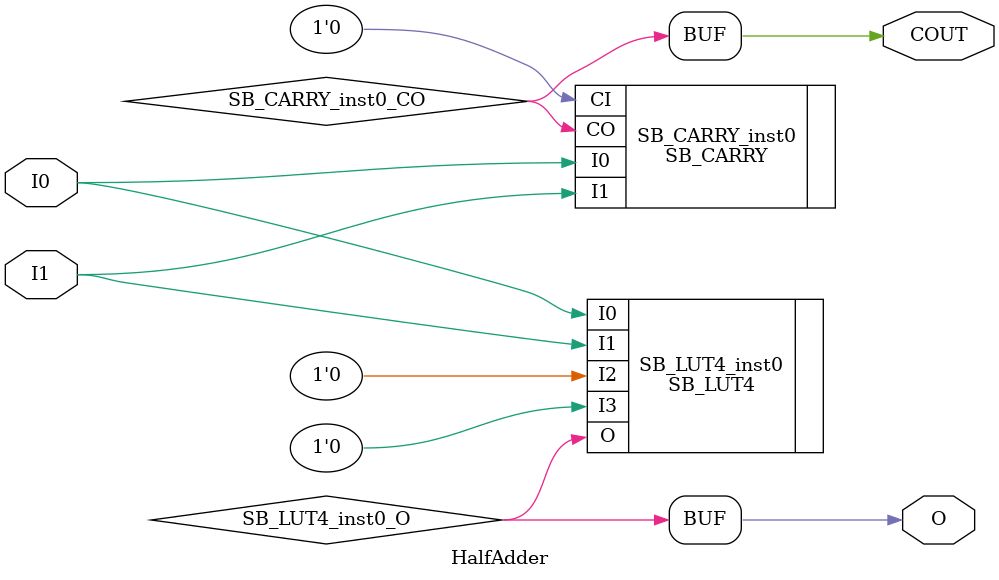
<source format=v>
module HalfAdder (input  I0, input  I1, output  O, output  COUT);
wire  SB_LUT4_inst0_O;
wire  SB_CARRY_inst0_CO;
SB_LUT4 #(.LUT_INIT(16'h6666)) SB_LUT4_inst0 (.I0(I0), .I1(I1), .I2(1'b0), .I3(1'b0), .O(SB_LUT4_inst0_O));
SB_CARRY SB_CARRY_inst0 (.I0(I0), .I1(I1), .CI(1'b0), .CO(SB_CARRY_inst0_CO));
assign O = SB_LUT4_inst0_O;
assign COUT = SB_CARRY_inst0_CO;
endmodule


</source>
